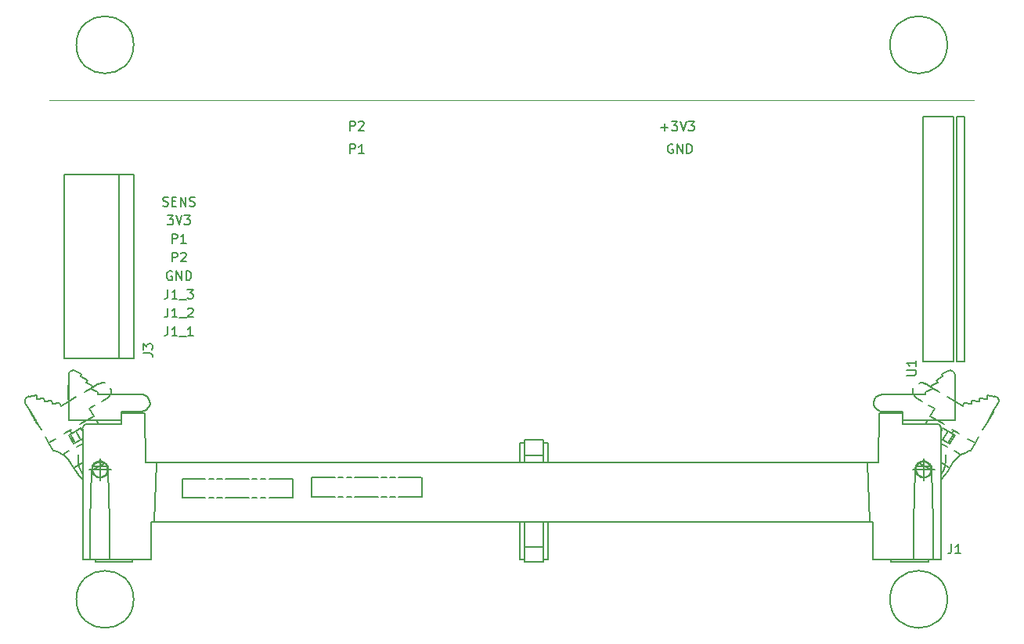
<source format=gbr>
G04 #@! TF.GenerationSoftware,KiCad,Pcbnew,5.0.2-bee76a0~70~ubuntu18.04.1*
G04 #@! TF.CreationDate,2020-10-28T09:15:44+01:00*
G04 #@! TF.ProjectId,ModulAdapter_Verv2,4d6f6475-6c41-4646-9170-7465725f5665,rev?*
G04 #@! TF.SameCoordinates,Original*
G04 #@! TF.FileFunction,Legend,Top*
G04 #@! TF.FilePolarity,Positive*
%FSLAX46Y46*%
G04 Gerber Fmt 4.6, Leading zero omitted, Abs format (unit mm)*
G04 Created by KiCad (PCBNEW 5.0.2-bee76a0~70~ubuntu18.04.1) date Mi 28 Okt 2020 09:15:44 CET*
%MOMM*%
%LPD*%
G01*
G04 APERTURE LIST*
%ADD10C,0.150000*%
%ADD11C,0.100000*%
G04 APERTURE END LIST*
D10*
X62809523Y-104471180D02*
X62809523Y-105185466D01*
X62761904Y-105328323D01*
X62666666Y-105423561D01*
X62523809Y-105471180D01*
X62428571Y-105471180D01*
X63809523Y-105471180D02*
X63238095Y-105471180D01*
X63523809Y-105471180D02*
X63523809Y-104471180D01*
X63428571Y-104614038D01*
X63333333Y-104709276D01*
X63238095Y-104756895D01*
X64000000Y-105566419D02*
X64761904Y-105566419D01*
X65523809Y-105471180D02*
X64952380Y-105471180D01*
X65238095Y-105471180D02*
X65238095Y-104471180D01*
X65142857Y-104614038D01*
X65047619Y-104709276D01*
X64952380Y-104756895D01*
X62809523Y-102471180D02*
X62809523Y-103185466D01*
X62761904Y-103328323D01*
X62666666Y-103423561D01*
X62523809Y-103471180D01*
X62428571Y-103471180D01*
X63809523Y-103471180D02*
X63238095Y-103471180D01*
X63523809Y-103471180D02*
X63523809Y-102471180D01*
X63428571Y-102614038D01*
X63333333Y-102709276D01*
X63238095Y-102756895D01*
X64000000Y-103566419D02*
X64761904Y-103566419D01*
X64952380Y-102566419D02*
X65000000Y-102518800D01*
X65095238Y-102471180D01*
X65333333Y-102471180D01*
X65428571Y-102518800D01*
X65476190Y-102566419D01*
X65523809Y-102661657D01*
X65523809Y-102756895D01*
X65476190Y-102899752D01*
X64904761Y-103471180D01*
X65523809Y-103471180D01*
X62809523Y-100471180D02*
X62809523Y-101185466D01*
X62761904Y-101328323D01*
X62666666Y-101423561D01*
X62523809Y-101471180D01*
X62428571Y-101471180D01*
X63809523Y-101471180D02*
X63238095Y-101471180D01*
X63523809Y-101471180D02*
X63523809Y-100471180D01*
X63428571Y-100614038D01*
X63333333Y-100709276D01*
X63238095Y-100756895D01*
X64000000Y-101566419D02*
X64761904Y-101566419D01*
X64904761Y-100471180D02*
X65523809Y-100471180D01*
X65190476Y-100852133D01*
X65333333Y-100852133D01*
X65428571Y-100899752D01*
X65476190Y-100947371D01*
X65523809Y-101042609D01*
X65523809Y-101280704D01*
X65476190Y-101375942D01*
X65428571Y-101423561D01*
X65333333Y-101471180D01*
X65047619Y-101471180D01*
X64952380Y-101423561D01*
X64904761Y-101375942D01*
X63238095Y-98518800D02*
X63142857Y-98471180D01*
X63000000Y-98471180D01*
X62857142Y-98518800D01*
X62761904Y-98614038D01*
X62714285Y-98709276D01*
X62666666Y-98899752D01*
X62666666Y-99042609D01*
X62714285Y-99233085D01*
X62761904Y-99328323D01*
X62857142Y-99423561D01*
X63000000Y-99471180D01*
X63095238Y-99471180D01*
X63238095Y-99423561D01*
X63285714Y-99375942D01*
X63285714Y-99042609D01*
X63095238Y-99042609D01*
X63714285Y-99471180D02*
X63714285Y-98471180D01*
X64285714Y-99471180D01*
X64285714Y-98471180D01*
X64761904Y-99471180D02*
X64761904Y-98471180D01*
X65000000Y-98471180D01*
X65142857Y-98518800D01*
X65238095Y-98614038D01*
X65285714Y-98709276D01*
X65333333Y-98899752D01*
X65333333Y-99042609D01*
X65285714Y-99233085D01*
X65238095Y-99328323D01*
X65142857Y-99423561D01*
X65000000Y-99471180D01*
X64761904Y-99471180D01*
X63261904Y-97471180D02*
X63261904Y-96471180D01*
X63642857Y-96471180D01*
X63738095Y-96518800D01*
X63785714Y-96566419D01*
X63833333Y-96661657D01*
X63833333Y-96804514D01*
X63785714Y-96899752D01*
X63738095Y-96947371D01*
X63642857Y-96994990D01*
X63261904Y-96994990D01*
X64214285Y-96566419D02*
X64261904Y-96518800D01*
X64357142Y-96471180D01*
X64595238Y-96471180D01*
X64690476Y-96518800D01*
X64738095Y-96566419D01*
X64785714Y-96661657D01*
X64785714Y-96756895D01*
X64738095Y-96899752D01*
X64166666Y-97471180D01*
X64785714Y-97471180D01*
X63261904Y-95471180D02*
X63261904Y-94471180D01*
X63642857Y-94471180D01*
X63738095Y-94518800D01*
X63785714Y-94566419D01*
X63833333Y-94661657D01*
X63833333Y-94804514D01*
X63785714Y-94899752D01*
X63738095Y-94947371D01*
X63642857Y-94994990D01*
X63261904Y-94994990D01*
X64785714Y-95471180D02*
X64214285Y-95471180D01*
X64500000Y-95471180D02*
X64500000Y-94471180D01*
X64404761Y-94614038D01*
X64309523Y-94709276D01*
X64214285Y-94756895D01*
X62761904Y-92471180D02*
X63380952Y-92471180D01*
X63047619Y-92852133D01*
X63190476Y-92852133D01*
X63285714Y-92899752D01*
X63333333Y-92947371D01*
X63380952Y-93042609D01*
X63380952Y-93280704D01*
X63333333Y-93375942D01*
X63285714Y-93423561D01*
X63190476Y-93471180D01*
X62904761Y-93471180D01*
X62809523Y-93423561D01*
X62761904Y-93375942D01*
X63666666Y-92471180D02*
X64000000Y-93471180D01*
X64333333Y-92471180D01*
X64571428Y-92471180D02*
X65190476Y-92471180D01*
X64857142Y-92852133D01*
X65000000Y-92852133D01*
X65095238Y-92899752D01*
X65142857Y-92947371D01*
X65190476Y-93042609D01*
X65190476Y-93280704D01*
X65142857Y-93375942D01*
X65095238Y-93423561D01*
X65000000Y-93471180D01*
X64714285Y-93471180D01*
X64619047Y-93423561D01*
X64571428Y-93375942D01*
X62261904Y-91423561D02*
X62404761Y-91471180D01*
X62642857Y-91471180D01*
X62738095Y-91423561D01*
X62785714Y-91375942D01*
X62833333Y-91280704D01*
X62833333Y-91185466D01*
X62785714Y-91090228D01*
X62738095Y-91042609D01*
X62642857Y-90994990D01*
X62452380Y-90947371D01*
X62357142Y-90899752D01*
X62309523Y-90852133D01*
X62261904Y-90756895D01*
X62261904Y-90661657D01*
X62309523Y-90566419D01*
X62357142Y-90518800D01*
X62452380Y-90471180D01*
X62690476Y-90471180D01*
X62833333Y-90518800D01*
X63261904Y-90947371D02*
X63595238Y-90947371D01*
X63738095Y-91471180D02*
X63261904Y-91471180D01*
X63261904Y-90471180D01*
X63738095Y-90471180D01*
X64166666Y-91471180D02*
X64166666Y-90471180D01*
X64738095Y-91471180D01*
X64738095Y-90471180D01*
X65166666Y-91423561D02*
X65309523Y-91471180D01*
X65547619Y-91471180D01*
X65642857Y-91423561D01*
X65690476Y-91375942D01*
X65738095Y-91280704D01*
X65738095Y-91185466D01*
X65690476Y-91090228D01*
X65642857Y-91042609D01*
X65547619Y-90994990D01*
X65357142Y-90947371D01*
X65261904Y-90899752D01*
X65214285Y-90852133D01*
X65166666Y-90756895D01*
X65166666Y-90661657D01*
X65214285Y-90566419D01*
X65261904Y-90518800D01*
X65357142Y-90471180D01*
X65595238Y-90471180D01*
X65738095Y-90518800D01*
D11*
X50000000Y-80000000D02*
X150000000Y-80000000D01*
D10*
G04 #@! TO.C,J1*
X48600000Y-114900000D02*
X48631750Y-114963500D01*
X48600000Y-114900000D02*
X48631750Y-114900000D01*
X48600000Y-114900000D02*
X48568250Y-114836500D01*
X52063302Y-112330120D02*
X52063302Y-112552210D01*
X59943116Y-113662650D02*
X60197306Y-113599150D01*
X60197306Y-113599150D02*
X60451489Y-113503950D01*
X60451489Y-113503950D02*
X60673908Y-113281860D01*
X60673908Y-113281860D02*
X60800999Y-113059780D01*
X60800999Y-113059780D02*
X60864569Y-112805960D01*
X60864569Y-112805960D02*
X60832819Y-112552140D01*
X60832819Y-112552140D02*
X60737499Y-112330060D01*
X60737499Y-112330060D02*
X60546858Y-112076240D01*
X140043948Y-111854210D02*
X139789758Y-111885910D01*
X139789758Y-111885910D02*
X139567348Y-112012820D01*
X139567348Y-112012820D02*
X139313158Y-112203180D01*
X139313158Y-112203180D02*
X139186068Y-112456990D01*
X139186068Y-112456990D02*
X139154268Y-112679080D01*
X139154268Y-112679080D02*
X139154268Y-112932890D01*
X139154268Y-112932890D02*
X139249568Y-113186710D01*
X48695321Y-114995180D02*
X48695321Y-115026880D01*
X48695321Y-114995180D02*
X48727071Y-115026880D01*
X81231321Y-120769480D02*
X81771469Y-120769480D01*
X152530908Y-112203210D02*
X152372038Y-112076310D01*
X152372038Y-112076310D02*
X152213168Y-112012810D01*
X103409178Y-116771890D02*
X101375678Y-116771890D01*
X101375678Y-118421690D02*
X103409178Y-118421690D01*
X101375678Y-118421690D02*
X101375678Y-117089160D01*
X48345810Y-114392370D02*
X48377560Y-114455870D01*
X48377560Y-114455870D02*
X48409339Y-114487520D01*
X48409360Y-114519280D02*
X48409360Y-114582780D01*
X149734838Y-112520480D02*
X149734838Y-112869480D01*
X150560958Y-112234940D02*
X151387068Y-112298440D01*
X148781638Y-113059840D02*
X147923758Y-112552210D01*
X148781638Y-113059840D02*
X148908738Y-112774300D01*
X55304192Y-115058640D02*
X55050010Y-114646180D01*
X55971434Y-119246590D02*
X54636950Y-120008040D01*
X52253943Y-116137350D02*
X52063302Y-116264250D01*
X52349263Y-119341770D02*
X52603453Y-119754220D01*
X54636950Y-120008040D02*
X54700520Y-120261850D01*
X150465628Y-116422890D02*
X150116118Y-117057430D01*
X150116118Y-117057430D02*
X149607748Y-117914060D01*
X152022528Y-113726110D02*
X152594448Y-112774300D01*
X152054308Y-113757830D02*
X151291748Y-115058640D01*
X48695341Y-114963460D02*
X48631751Y-114899960D01*
X48631771Y-112298390D02*
X49426112Y-112234890D01*
X48631771Y-112298390D02*
X48600021Y-111949400D01*
X48186948Y-114106830D02*
X48123378Y-113979920D01*
X48091628Y-114011650D02*
X48155198Y-114106850D01*
X48155198Y-114106850D02*
X48186920Y-114106830D01*
X147192968Y-117089160D02*
X146589268Y-116771890D01*
X146430408Y-117120880D02*
X147065868Y-117501600D01*
X147891988Y-117945780D02*
X148559228Y-118358230D01*
X150116118Y-117057430D02*
X149321788Y-116613250D01*
X100517795Y-119151410D02*
X100708436Y-119151410D01*
X98897350Y-119151410D02*
X98706710Y-119151410D01*
X104076420Y-119151410D02*
X104298834Y-119151410D01*
X104680115Y-119151410D02*
X104902529Y-119151410D01*
X105283810Y-119151410D02*
X105506224Y-119151410D01*
X145191248Y-114202010D02*
X145953808Y-114646180D01*
X145191248Y-114202010D02*
X145699618Y-113345380D01*
X145445428Y-111124500D02*
X146207988Y-111568670D01*
X147129418Y-112108030D02*
X147923758Y-112552210D01*
X87744875Y-120769480D02*
X90223203Y-120769480D01*
X90254976Y-120769480D02*
X90254976Y-122926910D01*
X48155170Y-114106830D02*
X48186920Y-114106830D01*
X48155170Y-114106830D02*
X48186920Y-114138530D01*
X48218719Y-114138550D02*
X48250469Y-114202050D01*
X48600000Y-111949400D02*
X47805667Y-112044600D01*
X47932758Y-113757830D02*
X47964508Y-113789530D01*
X47932758Y-113757830D02*
X47964508Y-113726130D01*
X78371713Y-120769480D02*
X80850040Y-120769480D01*
X48536451Y-114741360D02*
X48600021Y-114836560D01*
X48282269Y-114265460D02*
X48250519Y-114201960D01*
X48218719Y-114233730D02*
X48250469Y-114297230D01*
X48727092Y-115026900D02*
X48695342Y-115058600D01*
X48695321Y-114995180D02*
X48695321Y-114963480D01*
X148908738Y-112774300D02*
X149734838Y-112869500D01*
X151291748Y-115026900D02*
X151291748Y-115058600D01*
X150560958Y-112583940D02*
X149734838Y-112520440D01*
X151291748Y-115026900D02*
X150910468Y-115661450D01*
X144682868Y-110712040D02*
X144460458Y-110585140D01*
X144460458Y-110585140D02*
X144206268Y-110585140D01*
X144206268Y-110585140D02*
X144015628Y-110616840D01*
X143380158Y-111156220D02*
X143380158Y-111219720D01*
X48600000Y-114836540D02*
X48631750Y-114900040D01*
X48600000Y-114836540D02*
X48568250Y-114836540D01*
X48536451Y-114741360D02*
X48536451Y-114741360D01*
X145032378Y-129970290D02*
X145032378Y-129653020D01*
X141028918Y-129653020D02*
X141028918Y-129970290D01*
X103409178Y-129970290D02*
X101375678Y-129970290D01*
X101375678Y-128320490D02*
X103409178Y-128320490D01*
X103409178Y-128320490D02*
X103409178Y-129970290D01*
X101375678Y-129970290D02*
X101375678Y-128320490D01*
X54541630Y-111124500D02*
X54509880Y-111219700D01*
X56575135Y-111854210D02*
X59943116Y-111854210D01*
X57750749Y-114646180D02*
X57750749Y-115058640D01*
X55876114Y-115058640D02*
X55272421Y-115058640D01*
X57750749Y-113853010D02*
X57750749Y-113662650D01*
X57750749Y-113853010D02*
X57750749Y-114646180D01*
X146430408Y-116644980D02*
X146589268Y-116771890D01*
X146589268Y-116771890D02*
X147161198Y-115788350D01*
X147161198Y-115788350D02*
X146621048Y-115502810D01*
X145699618Y-113345380D02*
X145095928Y-112996380D01*
X144365138Y-112583940D02*
X143761438Y-112234940D01*
X56257416Y-120293580D02*
X56289166Y-120039760D01*
X56289166Y-120039760D02*
X56289166Y-119785940D01*
X56289166Y-119785940D02*
X56225596Y-119595580D01*
X55971434Y-119278320D02*
X55717252Y-119151410D01*
X55717252Y-119151410D02*
X55463062Y-119087910D01*
X55463062Y-119087910D02*
X55240650Y-119151410D01*
X55240650Y-119151410D02*
X54986460Y-119278320D01*
X105887505Y-119151410D02*
X106109920Y-119151410D01*
X62357895Y-119151410D02*
X62167254Y-119151410D01*
X62739176Y-119151410D02*
X62961595Y-119151410D01*
X63342876Y-119151410D02*
X63565288Y-119151410D01*
X63946569Y-119151410D02*
X64168980Y-119151410D01*
X54700520Y-120261850D02*
X54859390Y-120515670D01*
X54859390Y-120515670D02*
X55081801Y-120706030D01*
X55081801Y-120706030D02*
X55335991Y-120769530D01*
X55335991Y-120769530D02*
X55590174Y-120769530D01*
X55590174Y-120769530D02*
X55844364Y-120706030D01*
X55844364Y-120706030D02*
X56066775Y-120515670D01*
X56066775Y-120515670D02*
X56257416Y-120293580D01*
X149448878Y-117945780D02*
X149004058Y-118136150D01*
X149004058Y-118136150D02*
X148527458Y-118358230D01*
X152594448Y-112774300D02*
X152658048Y-112583940D01*
X152658048Y-112583940D02*
X152657998Y-112393570D01*
X152657998Y-112393570D02*
X152530908Y-112203210D01*
X147923758Y-110807230D02*
X147923758Y-109728510D01*
X147923758Y-110807230D02*
X147923758Y-112330120D01*
X147923758Y-112552210D02*
X147923758Y-114646180D01*
X146493948Y-109601610D02*
X147192968Y-109252610D01*
X146493948Y-109601610D02*
X146621048Y-109918870D01*
X147764898Y-116137350D02*
X147923758Y-116264250D01*
X147764898Y-116137350D02*
X147192968Y-117089160D01*
X147383608Y-117184340D02*
X147923758Y-116264250D01*
X147764898Y-116137350D02*
X147161198Y-115788350D01*
X54986460Y-119278320D02*
X54764049Y-119500400D01*
X54764049Y-119500400D02*
X54700479Y-119595600D01*
X56257395Y-119595580D02*
X56066755Y-119341770D01*
X56066755Y-119341770D02*
X55971435Y-119278270D01*
X54700500Y-119595580D02*
X54636930Y-119817680D01*
X54636930Y-119817680D02*
X54636930Y-120039760D01*
X53366015Y-109918870D02*
X53493107Y-109601610D01*
X82120977Y-120769480D02*
X82692899Y-120769480D01*
X83042407Y-120769480D02*
X85552508Y-120769480D01*
X147192968Y-117089160D02*
X147383608Y-117184360D01*
X147383608Y-119754220D02*
X147161198Y-120134940D01*
X147383608Y-119754220D02*
X147637798Y-119341770D01*
X147383608Y-119754220D02*
X146430408Y-119183130D01*
X85902016Y-120769480D02*
X86473937Y-120769480D01*
X86823445Y-120769480D02*
X87395367Y-120769480D01*
X145477208Y-111219680D02*
X144746418Y-111536950D01*
X145286568Y-119595580D02*
X143761438Y-119595580D01*
X142236318Y-113662650D02*
X140043948Y-113662650D01*
X145922028Y-110267870D02*
X146621048Y-109918870D01*
X146938778Y-118358230D02*
X146938778Y-118802410D01*
X48409360Y-114519280D02*
X48409360Y-114487580D01*
X48409360Y-114519280D02*
X48441110Y-114550980D01*
X48218719Y-114233730D02*
X48186969Y-114138530D01*
X48250469Y-114297230D02*
X48314060Y-114392390D01*
X48250490Y-114297190D02*
X48282240Y-114265490D01*
X48282240Y-114265490D02*
X48345839Y-114392370D01*
X48377589Y-114487550D02*
X48409339Y-114487550D01*
X48377589Y-114487550D02*
X48409339Y-114519250D01*
X48345810Y-114487550D02*
X48377560Y-114455850D01*
X144746418Y-115058640D02*
X145413658Y-115058640D01*
X142236318Y-113853010D02*
X142236318Y-113662650D01*
X148400358Y-116073890D02*
X147637798Y-115629720D01*
X146716368Y-115058640D02*
X145953808Y-114646180D01*
X149448878Y-117945780D02*
X149607748Y-117914080D01*
X150560958Y-112583940D02*
X150560958Y-112234940D01*
X136453548Y-119151410D02*
X136644188Y-119151410D01*
X137025468Y-119151410D02*
X137247878Y-119151410D01*
X137629158Y-119151410D02*
X137851578Y-119151410D01*
X136040498Y-119151410D02*
X135849858Y-119151410D01*
X146049128Y-110553420D02*
X145922028Y-110267870D01*
X103409178Y-117089160D02*
X103409178Y-118421690D01*
X101375678Y-117089160D02*
X101375678Y-116771890D01*
X103409178Y-116771890D02*
X103409178Y-117089160D01*
X100104741Y-119151410D02*
X99914100Y-119151410D01*
X99501045Y-119151410D02*
X99310405Y-119151410D01*
X81771469Y-122926910D02*
X81231321Y-122926910D01*
X80850040Y-122926910D02*
X78371713Y-122926910D01*
X85552508Y-122926910D02*
X83042407Y-122926910D01*
X145191248Y-120452240D02*
X145318338Y-120230150D01*
X145318338Y-120230150D02*
X145381938Y-120008060D01*
X145286568Y-119595580D02*
X145095928Y-119341770D01*
X145095928Y-119341770D02*
X144873508Y-119183130D01*
X144873508Y-119183130D02*
X144619328Y-119119630D01*
X144619328Y-119119630D02*
X144365138Y-119119630D01*
X145953808Y-114646180D02*
X147923758Y-114646180D01*
X147955538Y-112330120D02*
X147955538Y-110807230D01*
X143761438Y-119595580D02*
X143697838Y-119817680D01*
X143697838Y-119817680D02*
X143697838Y-120071490D01*
X143697838Y-120071490D02*
X143761438Y-120325300D01*
X143380158Y-111219720D02*
X143348358Y-111441770D01*
X143348358Y-111441770D02*
X143380078Y-111695580D01*
X143380078Y-111695580D02*
X143443758Y-111854210D01*
X146430408Y-121023290D02*
X146875228Y-120547390D01*
X146875228Y-120547390D02*
X147161198Y-120134940D01*
X78371713Y-122926910D02*
X78371713Y-120769480D01*
X139249568Y-113186710D02*
X139440208Y-113408800D01*
X139440208Y-113408800D02*
X139694388Y-113567440D01*
X139694388Y-113567440D02*
X139916808Y-113662640D01*
X139916808Y-113662640D02*
X140043898Y-113662640D01*
X146430408Y-120452210D02*
X146716368Y-119976310D01*
X146716368Y-119976310D02*
X146843458Y-119500400D01*
X145413658Y-115058640D02*
X145540748Y-115058640D01*
X147923758Y-112552210D02*
X147923758Y-112330120D01*
X144142718Y-115058640D02*
X144746418Y-115058640D01*
X145477208Y-111219680D02*
X145445408Y-111124480D01*
X147574208Y-109252590D02*
X147383568Y-109220890D01*
X147383568Y-109220890D02*
X147224698Y-109252590D01*
X54954689Y-129970290D02*
X58958142Y-129970290D01*
X58958142Y-129970290D02*
X58958142Y-129653020D01*
X54954689Y-129653020D02*
X54954689Y-129970290D01*
X141028918Y-129970290D02*
X145032378Y-129970290D01*
X145413658Y-115058640D02*
X145540748Y-115058640D01*
X103885779Y-129653020D02*
X103440951Y-129653020D01*
X103885779Y-129653020D02*
X103885779Y-125623700D01*
X104076420Y-125623700D02*
X104298834Y-125623700D01*
X104298834Y-125623700D02*
X104489475Y-125623700D01*
X104076420Y-125623700D02*
X103885779Y-125623700D01*
X103440951Y-125623700D02*
X103440951Y-129653020D01*
X105093170Y-125623700D02*
X105283810Y-125623700D01*
X105696865Y-125623700D02*
X105887505Y-125623700D01*
X105696865Y-125623700D02*
X105506224Y-125623700D01*
X105506224Y-125623700D02*
X105283810Y-125623700D01*
X105887505Y-125623700D02*
X106109920Y-125623700D01*
X105093170Y-125623700D02*
X104902529Y-125623700D01*
X47996308Y-113821290D02*
X47964558Y-113789590D01*
X47996308Y-113757830D02*
X47996308Y-113789530D01*
X47996308Y-113789530D02*
X47964558Y-113789550D01*
X56257395Y-119595580D02*
X54700500Y-119595580D01*
X53493107Y-109601610D02*
X52794094Y-109252610D01*
X53080054Y-118358230D02*
X53080054Y-118802410D01*
X54382768Y-115058640D02*
X54446338Y-115058640D01*
X54573408Y-115058640D02*
X55272421Y-115058640D01*
X54573408Y-115058640D02*
X54446310Y-115058640D01*
X52031531Y-111092770D02*
X52031531Y-111219680D01*
X52031531Y-111092770D02*
X52031531Y-110997570D01*
X52031531Y-110902410D02*
X52031531Y-110870710D01*
X52031531Y-110838960D02*
X52031531Y-110807260D01*
X52031531Y-110838960D02*
X52031531Y-110870660D01*
X52031531Y-111759030D02*
X52031531Y-111854230D01*
X52031531Y-111854230D02*
X52031531Y-111981130D01*
X143443698Y-111854210D02*
X143602568Y-112108030D01*
X143602568Y-112108030D02*
X143793208Y-112234940D01*
X148559228Y-118358230D02*
X148082628Y-118738960D01*
X148082628Y-118738960D02*
X147701348Y-119214860D01*
X147701348Y-119214860D02*
X147637748Y-119341770D01*
X47996308Y-113821290D02*
X48028058Y-113821290D01*
X47996308Y-113757830D02*
X47932738Y-113757830D01*
X47996308Y-113789550D02*
X48028058Y-113821250D01*
X55844364Y-120706030D02*
X56066775Y-120515670D01*
X56066775Y-120515670D02*
X56257416Y-120293580D01*
X56257416Y-120293580D02*
X56289166Y-120039760D01*
X56289166Y-120039760D02*
X56289166Y-119785940D01*
X56289166Y-119785940D02*
X56225596Y-119595580D01*
X55971434Y-119278320D02*
X55717252Y-119151410D01*
X55717252Y-119151410D02*
X55463062Y-119087910D01*
X55463062Y-119087910D02*
X55240650Y-119151410D01*
X55240650Y-119151410D02*
X54986460Y-119278320D01*
X54986460Y-119278320D02*
X54764049Y-119500400D01*
X54764049Y-119500400D02*
X54700479Y-119595600D01*
X66869727Y-122990370D02*
X64391400Y-122990370D01*
X64359621Y-122990370D02*
X64359621Y-120928110D01*
X55653703Y-112583940D02*
X56225624Y-112234940D01*
X53366015Y-115502810D02*
X52857643Y-115788350D01*
X145540748Y-115058640D02*
X145604348Y-115058640D01*
X144746418Y-111854210D02*
X144746418Y-111536950D01*
X52381042Y-109252610D02*
X52222172Y-109347810D01*
X52222172Y-109347810D02*
X52095081Y-109538170D01*
X52095081Y-109538170D02*
X52063331Y-109728530D01*
X104298834Y-125623700D02*
X104076420Y-125623700D01*
X105506224Y-125623700D02*
X105283810Y-125623700D01*
X104902529Y-125623700D02*
X104680115Y-125623700D01*
X105887505Y-125623700D02*
X106109920Y-125623700D01*
X99501045Y-125623700D02*
X99310405Y-125623700D01*
X98706710Y-125623700D02*
X98897350Y-125623700D01*
X100104741Y-125623700D02*
X99914100Y-125623700D01*
X100517795Y-125623700D02*
X100708436Y-125623700D01*
X62167254Y-125623700D02*
X62357895Y-125623700D01*
X53779067Y-111568670D02*
X54541630Y-111124500D01*
X53588427Y-119183130D02*
X52603453Y-119754220D01*
X52603453Y-119754220D02*
X52825865Y-120134940D01*
X60546858Y-112076240D02*
X60324447Y-111917610D01*
X60324447Y-111917610D02*
X60070257Y-111854110D01*
X60070257Y-111854110D02*
X59943166Y-111854110D01*
X54636950Y-120008040D02*
X54700520Y-120261850D01*
X54700520Y-120261850D02*
X54859390Y-120515670D01*
X54859390Y-120515670D02*
X55081801Y-120706030D01*
X55081801Y-120706030D02*
X55335991Y-120769530D01*
X55335991Y-120769530D02*
X55590174Y-120769530D01*
X55590174Y-120769530D02*
X55844364Y-120706030D01*
X49870935Y-117057430D02*
X49521433Y-116422890D01*
X49108373Y-115661450D02*
X48727092Y-115026900D01*
X48345810Y-114487550D02*
X48377560Y-114487550D01*
X48314039Y-114392370D02*
X48345789Y-114392370D01*
X48409360Y-114519280D02*
X48409360Y-114519280D01*
X48028079Y-113916470D02*
X48091649Y-114011670D01*
X48059850Y-113884740D02*
X48028100Y-113821240D01*
X47996308Y-113821290D02*
X48028058Y-113916490D01*
X54033257Y-114646180D02*
X54827591Y-114202010D01*
X52063302Y-112552210D02*
X51237198Y-113059840D01*
X152054308Y-113757830D02*
X152022508Y-113726130D01*
X152022508Y-113726130D02*
X151291748Y-115026900D01*
X151387068Y-111949400D02*
X152213168Y-112044600D01*
X151387068Y-111949400D02*
X151387068Y-112298390D01*
X52063302Y-110838960D02*
X52063302Y-110807260D01*
X52063302Y-110838960D02*
X52063302Y-110870660D01*
X52063302Y-111092770D02*
X52063302Y-111219680D01*
X52063302Y-111346590D02*
X52063302Y-111441790D01*
X52063302Y-111283130D02*
X52063302Y-111251430D01*
X52063302Y-111251430D02*
X52063302Y-111219710D01*
X52063302Y-112139760D02*
X52063302Y-112234960D01*
X52063302Y-112266670D02*
X52063302Y-112330170D01*
X52063302Y-112266670D02*
X52063302Y-112234970D01*
X72461847Y-122990370D02*
X71921703Y-122990370D01*
X71540422Y-122990370D02*
X69062094Y-122990370D01*
X48186920Y-114106830D02*
X48218698Y-114138530D01*
X48218698Y-114138530D02*
X48186969Y-114138550D01*
X48186948Y-114106830D02*
X48186948Y-114106830D01*
X62739176Y-125623700D02*
X62961595Y-125623700D01*
X63565288Y-125623700D02*
X63342876Y-125623700D01*
X64168980Y-125623700D02*
X63946569Y-125623700D01*
X136040498Y-125623700D02*
X135849858Y-125623700D01*
X136453548Y-125623700D02*
X136644188Y-125623700D01*
X137025468Y-125623700D02*
X137247878Y-125623700D01*
X137629158Y-125623700D02*
X137851578Y-125623700D01*
X142236318Y-115058640D02*
X142236318Y-114646180D01*
X142236318Y-114646180D02*
X142236318Y-113853010D01*
X142236318Y-113853010D02*
X139694438Y-113853010D01*
X145540748Y-115058640D02*
X145604348Y-115058640D01*
X145413658Y-115058640D02*
X144746418Y-115058640D01*
X144746418Y-115058640D02*
X144142718Y-115058640D01*
X52063302Y-111568670D02*
X52031552Y-111568670D01*
X54509859Y-111219680D02*
X55240650Y-111536950D01*
X54096807Y-110267870D02*
X53366015Y-109918870D01*
X54096807Y-110267870D02*
X53937937Y-110553420D01*
X57750749Y-113662650D02*
X59943116Y-113662650D01*
X56575135Y-111854210D02*
X55240650Y-111854210D01*
X55240650Y-111854210D02*
X55240650Y-111536950D01*
X54033257Y-114646180D02*
X57750749Y-114646180D01*
X52794094Y-117089160D02*
X52635224Y-117184360D01*
X52635224Y-117184360D02*
X52063302Y-116264250D01*
X48695321Y-115058640D02*
X48695321Y-115026940D01*
X48695321Y-115026940D02*
X48631751Y-114963400D01*
X48631751Y-114963400D02*
X48695341Y-114963460D01*
X53588427Y-117120880D02*
X52921185Y-117501600D01*
X52126852Y-117945780D02*
X51427839Y-118358230D01*
X52031531Y-110838960D02*
X52063281Y-110838960D01*
X52031531Y-111346590D02*
X52031531Y-111441790D01*
X52031531Y-111441790D02*
X52063281Y-111441770D01*
X52031531Y-112139760D02*
X52031531Y-112234960D01*
X52031531Y-112076310D02*
X52031531Y-111981110D01*
X52031531Y-112266670D02*
X52031531Y-112330170D01*
X52031531Y-112139760D02*
X52031531Y-112076260D01*
X52031531Y-112234940D02*
X52031531Y-112266640D01*
X56575135Y-111854210D02*
X56638705Y-111632130D01*
X56638705Y-111632130D02*
X56670427Y-111378310D01*
X56670427Y-111378310D02*
X56606885Y-111187950D01*
X56003213Y-110585140D02*
X55971463Y-110585140D01*
X147955538Y-110807230D02*
X147923738Y-110807230D01*
X53588427Y-116644980D02*
X53397786Y-116771890D01*
X86473937Y-122926910D02*
X85902016Y-122926910D01*
X82692899Y-122926910D02*
X82120977Y-122926910D01*
X87395367Y-122926910D02*
X86823445Y-122926910D01*
X47805667Y-112012850D02*
X47615026Y-112076350D01*
X47615026Y-112076350D02*
X47456157Y-112234940D01*
X47456157Y-112234940D02*
X47360837Y-112425300D01*
X47360837Y-112425300D02*
X47360836Y-112583940D01*
X47360836Y-112583940D02*
X47392586Y-112774300D01*
X73764560Y-120928110D02*
X76274659Y-120928110D01*
X76274659Y-120928110D02*
X76274659Y-122990370D01*
X52158623Y-115724900D02*
X52190373Y-115756600D01*
X143348378Y-119912860D02*
X145699618Y-119912860D01*
X144523998Y-121118470D02*
X144523998Y-118770690D01*
X56638677Y-119912860D02*
X54287447Y-119912860D01*
X48250490Y-114202010D02*
X48218740Y-114233710D01*
X47964529Y-113726110D02*
X47392607Y-112774300D01*
X52063302Y-112552210D02*
X52857643Y-112108030D01*
X54033257Y-114646180D02*
X52063302Y-114646180D01*
X54541630Y-111124500D02*
X54668729Y-110902410D01*
X54668729Y-110902410D02*
X53937937Y-110553420D01*
X52063302Y-112552210D02*
X52063302Y-114646180D01*
X52063302Y-110807230D02*
X52063302Y-109728510D01*
X52063302Y-111283130D02*
X52063302Y-111346630D01*
X52063302Y-111092770D02*
X52063302Y-110997570D01*
X52063302Y-110997570D02*
X52063302Y-110902390D01*
X52063302Y-110902390D02*
X52063302Y-110870710D01*
X142236318Y-115058640D02*
X142236318Y-114646180D01*
X142236318Y-114646180D02*
X142236318Y-113853010D01*
X52063302Y-111219680D02*
X52031552Y-111219680D01*
X52031531Y-112330120D02*
X52063281Y-112330120D01*
X52063302Y-112266670D02*
X52031552Y-112266670D01*
X52031531Y-112234940D02*
X52063281Y-112234940D01*
X52063302Y-112139760D02*
X52031552Y-112139760D01*
X52031531Y-112076310D02*
X52063281Y-112076310D01*
X52031531Y-110997590D02*
X52031531Y-110902390D01*
X51237198Y-113059840D02*
X51078328Y-112774300D01*
X51078328Y-112774300D02*
X50283995Y-112869500D01*
X50283995Y-112869500D02*
X50252245Y-112520480D01*
X52857643Y-115788350D02*
X53397786Y-116771890D01*
X52794094Y-117089160D02*
X52253943Y-116137350D01*
X68140662Y-120928110D02*
X68712584Y-120928110D01*
X69062094Y-120928110D02*
X71540422Y-120928110D01*
X52031531Y-111981130D02*
X52063281Y-111981130D01*
X52063302Y-111854210D02*
X52031552Y-111854210D01*
X52031531Y-111759030D02*
X52063281Y-111759030D01*
X52063302Y-111092770D02*
X52031552Y-111092770D01*
X52031531Y-110807230D02*
X52063281Y-110807230D01*
X52063302Y-110997590D02*
X52031552Y-110997590D01*
X52031531Y-110902410D02*
X52063281Y-110902410D01*
X52063302Y-110870680D02*
X52031552Y-110870680D01*
X47996308Y-113757830D02*
X47964558Y-113726130D01*
X48441131Y-114551000D02*
X48504701Y-114646200D01*
X48536451Y-114741360D02*
X48568201Y-114836560D01*
X76274659Y-122990370D02*
X73764560Y-122990370D01*
X73383279Y-122990370D02*
X72843128Y-122990370D01*
X48441131Y-114551000D02*
X48409381Y-114582700D01*
X48472909Y-114646180D02*
X48536479Y-114741380D01*
X48345810Y-114487550D02*
X48314060Y-114392350D01*
X54319218Y-113345380D02*
X54827591Y-114202010D01*
X54319218Y-113345380D02*
X54922911Y-112996380D01*
X49870935Y-117057430D02*
X50379315Y-117914060D01*
X49870935Y-117057430D02*
X50665276Y-116613250D01*
X55463062Y-121118470D02*
X55463062Y-118770690D01*
X144682868Y-115058640D02*
X144937058Y-114646180D01*
X145445428Y-111124500D02*
X144682868Y-110680320D01*
X146621048Y-115502810D02*
X146430408Y-115851810D01*
X52794094Y-117089160D02*
X53397786Y-116771890D01*
X52857643Y-115788350D02*
X52253943Y-116137350D01*
X147828438Y-115724900D02*
X147796638Y-115756600D01*
X147923758Y-112330120D02*
X147955558Y-112330120D01*
X52063302Y-112139760D02*
X52063302Y-112076260D01*
X52063302Y-112076260D02*
X52063302Y-111981110D01*
X52063302Y-111854210D02*
X52063302Y-111759010D01*
X52063302Y-111854210D02*
X52063302Y-111981130D01*
X52063302Y-111759030D02*
X52063302Y-111727330D01*
X52063302Y-111727330D02*
X52063302Y-111695610D01*
X52063302Y-111695610D02*
X52063302Y-111632080D01*
X52063302Y-111632080D02*
X52063302Y-111568630D01*
X52063302Y-111568630D02*
X52063302Y-111441770D01*
X145445428Y-111124500D02*
X145318338Y-110902410D01*
X143411928Y-111854210D02*
X140043948Y-111854210D01*
X143411928Y-111854210D02*
X144746418Y-111854210D01*
X145953808Y-114646180D02*
X142236318Y-114646180D01*
X145318338Y-110902410D02*
X146049128Y-110553420D01*
X48059850Y-113884740D02*
X48028100Y-113916440D01*
X48091628Y-114011650D02*
X48123378Y-113979950D01*
X48123378Y-113979950D02*
X48059829Y-113884720D01*
X55971463Y-110585140D02*
X55749023Y-110585140D01*
X55749023Y-110585140D02*
X55494833Y-110616840D01*
X55494833Y-110616840D02*
X55335971Y-110712060D01*
X56225624Y-112234940D02*
X56448036Y-112044580D01*
X52349263Y-119341770D02*
X52031531Y-118865870D01*
X52031531Y-118865870D02*
X51554930Y-118453410D01*
X51554930Y-118453410D02*
X51427839Y-118358210D01*
X51427839Y-118358210D02*
X50983008Y-118104420D01*
X50983008Y-118104420D02*
X50538177Y-117945780D01*
X56448036Y-112044580D02*
X56575135Y-111854210D01*
X52825865Y-120134940D02*
X53175375Y-120610850D01*
X53175375Y-120610850D02*
X53588427Y-121023290D01*
X143761438Y-120325300D02*
X143952078Y-120547390D01*
X143952078Y-120547390D02*
X144206268Y-120706030D01*
X144206268Y-120706030D02*
X144460458Y-120801230D01*
X144460458Y-120801230D02*
X144682868Y-120769530D01*
X144682868Y-120769530D02*
X144937058Y-120674330D01*
X144937058Y-120674330D02*
X145191248Y-120452240D01*
X146843458Y-119500400D02*
X146938758Y-119056230D01*
X146938758Y-119056230D02*
X146938758Y-118802410D01*
X147796668Y-115756630D02*
X147574248Y-116042170D01*
X147955538Y-109728510D02*
X147891938Y-109538150D01*
X147891938Y-109538150D02*
X147764848Y-109347790D01*
X147764848Y-109347790D02*
X147574208Y-109252590D01*
X144365138Y-119119630D02*
X144142718Y-119214830D01*
X144142718Y-119214830D02*
X144047418Y-119278330D01*
X145350108Y-120008040D02*
X145350108Y-119785940D01*
X145350108Y-119785940D02*
X145286508Y-119595580D01*
X144047398Y-119278320D02*
X143824978Y-119500400D01*
X143824978Y-119500400D02*
X143761378Y-119595600D01*
X64359621Y-120928110D02*
X66869727Y-120928110D01*
X67251009Y-120928110D02*
X67759381Y-120928110D01*
X52031531Y-111346590D02*
X52031531Y-111283090D01*
X52031531Y-111251410D02*
X52031531Y-111219710D01*
X52031531Y-111251410D02*
X52031531Y-111283110D01*
X52031531Y-111346590D02*
X52063281Y-111346590D01*
X52063302Y-111283130D02*
X52031552Y-111283130D01*
X52031531Y-111251410D02*
X52063281Y-111251410D01*
X71921703Y-120928110D02*
X72461847Y-120928110D01*
X72843128Y-120928110D02*
X73383279Y-120928110D01*
X90254976Y-122926910D02*
X87744875Y-122926910D01*
X50379315Y-117914060D02*
X50538177Y-117945760D01*
X50252216Y-112520480D02*
X49457883Y-112583980D01*
X49457883Y-112583980D02*
X49426133Y-112234940D01*
X48472909Y-114646180D02*
X48409339Y-114582680D01*
X48472909Y-114646180D02*
X48504659Y-114646180D01*
X48504659Y-114646180D02*
X48536430Y-114741380D01*
X52031531Y-111632130D02*
X52031531Y-111568630D01*
X52031531Y-111727310D02*
X52031531Y-111759010D01*
X52031531Y-111727310D02*
X52031531Y-111695610D01*
X52031531Y-111568670D02*
X52031531Y-111441770D01*
X52031531Y-111632130D02*
X52031531Y-111695630D01*
X52031531Y-111727310D02*
X52063281Y-111727310D01*
X52063302Y-111695580D02*
X52031552Y-111695580D01*
X52031531Y-111632130D02*
X52063281Y-111632130D01*
X68712584Y-122990370D02*
X68140662Y-122990370D01*
X67759381Y-122990370D02*
X67251009Y-122990370D01*
X56257395Y-119595580D02*
X56066755Y-119341770D01*
X56066755Y-119341770D02*
X55971435Y-119278270D01*
X54700500Y-119595580D02*
X54636930Y-119817680D01*
X54636930Y-119817680D02*
X54636930Y-120039760D01*
X53080054Y-118802410D02*
X53111804Y-119278320D01*
X53111804Y-119278320D02*
X53207124Y-119722490D01*
X53207124Y-119722490D02*
X53429543Y-120198400D01*
X53429543Y-120198400D02*
X53588405Y-120452210D01*
X52444583Y-116042170D02*
X52190401Y-115756630D01*
X52762323Y-109252610D02*
X52571682Y-109220910D01*
X52571682Y-109220910D02*
X52381042Y-109252610D01*
X51586701Y-116073890D02*
X52349263Y-115629720D01*
X53270695Y-115058640D02*
X54033257Y-114646180D01*
X53588427Y-115851810D02*
X53366015Y-115502810D01*
X54541630Y-111124500D02*
X55335971Y-110680320D01*
X104680115Y-125623700D02*
X104489475Y-125623700D01*
X104680115Y-125623700D02*
X104902529Y-125623700D01*
X103885779Y-125623700D02*
X100708436Y-125623700D01*
X100708436Y-125623700D02*
X100517795Y-125623700D01*
X94321976Y-125623700D02*
X93908921Y-125623700D01*
X93908921Y-125623700D02*
X93877151Y-125623700D01*
X94512616Y-125623700D02*
X94925671Y-125623700D01*
X94925671Y-125623700D02*
X95116311Y-125623700D01*
X95116311Y-125623700D02*
X95529366Y-125623700D01*
X95656460Y-125623700D02*
X98706710Y-125623700D01*
X95656460Y-125623700D02*
X95529366Y-125623700D01*
X100295381Y-125623700D02*
X100517795Y-125623700D01*
X99914100Y-125623700D02*
X99501045Y-125623700D01*
X99310405Y-125623700D02*
X98897350Y-125623700D01*
X99310405Y-125623700D02*
X99501045Y-125623700D01*
X100104741Y-125623700D02*
X100295381Y-125623700D01*
X100104741Y-125623700D02*
X99914100Y-125623700D01*
X98897350Y-125623700D02*
X98706710Y-125623700D01*
X94512616Y-125623700D02*
X94321976Y-125623700D01*
X99310405Y-119151410D02*
X99501045Y-119151410D01*
X98897350Y-119151410D02*
X98706710Y-119151410D01*
X98897350Y-119151410D02*
X99310405Y-119151410D01*
X99914100Y-119151410D02*
X100104741Y-119151410D01*
X100517795Y-119151410D02*
X100708436Y-119151410D01*
X99914100Y-119151410D02*
X99501045Y-119151410D01*
X100104741Y-119151410D02*
X100517795Y-119151410D01*
X105283810Y-119151410D02*
X105506224Y-119151410D01*
X105887505Y-119151410D02*
X106109920Y-119151410D01*
X105887505Y-119151410D02*
X105506224Y-119151410D01*
X100899076Y-119151410D02*
X100899076Y-117089160D01*
X101343905Y-117089160D02*
X101343905Y-119151410D01*
X104680115Y-119151410D02*
X104902529Y-119151410D01*
X104298834Y-119151410D02*
X104076420Y-119151410D01*
X104076420Y-119151410D02*
X100708436Y-119151410D01*
X104902529Y-119151410D02*
X105283810Y-119151410D01*
X104680115Y-119151410D02*
X104298834Y-119151410D01*
X101343905Y-117089160D02*
X100899076Y-117089160D01*
X103440951Y-117089160D02*
X103440951Y-119151410D01*
X103885779Y-119151410D02*
X103885779Y-117089160D01*
X103440951Y-117089160D02*
X103409181Y-117089160D01*
X103440951Y-117089160D02*
X103885779Y-117089160D01*
X64168980Y-119151410D02*
X63946569Y-119151410D01*
X63565288Y-119151410D02*
X63342876Y-119151410D01*
X101343905Y-117089160D02*
X101375675Y-117089160D01*
X62961595Y-119151410D02*
X62739176Y-119151410D01*
X62357895Y-119151410D02*
X62167254Y-119151410D01*
X62357895Y-119151410D02*
X62739176Y-119151410D01*
X60356168Y-119151410D02*
X60324418Y-113853010D01*
X61563561Y-119151410D02*
X62167254Y-119151410D01*
X63565288Y-119151410D02*
X63946569Y-119151410D01*
X63342876Y-119151410D02*
X62961595Y-119151410D01*
X64168980Y-119151410D02*
X98706710Y-119151410D01*
X57750749Y-115058640D02*
X57750749Y-114646180D01*
X55876114Y-115058640D02*
X55272421Y-115058640D01*
X57750749Y-114646180D02*
X57750749Y-113853010D01*
X135849858Y-119151410D02*
X136040498Y-119151410D01*
X136453548Y-119151410D02*
X136644188Y-119151410D01*
X137629158Y-119151410D02*
X137851578Y-119151410D01*
X137247878Y-119151410D02*
X137025468Y-119151410D01*
X137025468Y-119151410D02*
X136644188Y-119151410D01*
X136453548Y-119151410D02*
X136040498Y-119151410D01*
X137247878Y-119151410D02*
X137629158Y-119151410D01*
X138455278Y-119151410D02*
X139630888Y-119151410D01*
X138455278Y-119151410D02*
X137851578Y-119151410D01*
X139630888Y-119151410D02*
X139694488Y-113853010D01*
X135849858Y-119151410D02*
X106109920Y-119151410D01*
X142236318Y-115058640D02*
X144142718Y-115058640D01*
X145604298Y-115058640D02*
X145922028Y-115058640D01*
X135659218Y-125623700D02*
X106109920Y-125623700D01*
X145604298Y-125623700D02*
X145604298Y-129653020D01*
X61341150Y-125623700D02*
X60959869Y-125623700D01*
X145604298Y-129653020D02*
X146430408Y-129653020D01*
X62739176Y-125623700D02*
X62580314Y-125623700D01*
X62357895Y-125623700D02*
X62167254Y-125623700D01*
X62357895Y-125623700D02*
X62580314Y-125623700D01*
X62167254Y-125623700D02*
X61976614Y-125623700D01*
X62961595Y-125623700D02*
X63152236Y-125623700D01*
X62961595Y-125623700D02*
X62739176Y-125623700D01*
X63152236Y-125623700D02*
X63342876Y-125623700D01*
X63342876Y-125623700D02*
X63565288Y-125623700D01*
X63565288Y-125623700D02*
X63755928Y-125623700D01*
X64168980Y-125623700D02*
X93877147Y-125623700D01*
X63946569Y-125623700D02*
X63755928Y-125623700D01*
X63946569Y-125623700D02*
X64168980Y-125623700D01*
X61341150Y-125623700D02*
X61563561Y-119151410D01*
X61341150Y-125623700D02*
X61976614Y-125623700D01*
X54382768Y-115058640D02*
X54065028Y-115058640D01*
X54382768Y-115058640D02*
X54446338Y-115058640D01*
X55876114Y-115058640D02*
X57750749Y-115058640D01*
X55272421Y-115058640D02*
X54573408Y-115058640D01*
X54573408Y-115058640D02*
X54446310Y-115058640D01*
X139027198Y-125623700D02*
X139027198Y-129653020D01*
X143443698Y-129653020D02*
X143443698Y-125623700D01*
X143443698Y-129653020D02*
X139027198Y-129653020D01*
X143443698Y-129653020D02*
X145604298Y-129653020D01*
X56543356Y-125623700D02*
X56352716Y-119912860D01*
X60959869Y-125623700D02*
X60959869Y-129653020D01*
X53588427Y-129653020D02*
X53588427Y-115534540D01*
X56543356Y-125623700D02*
X56543356Y-129653020D01*
X54414539Y-129653020D02*
X54414539Y-125623700D01*
X54414539Y-129653020D02*
X56543356Y-129653020D01*
X54414539Y-129653020D02*
X53588427Y-129653020D01*
X56543356Y-129653020D02*
X60959869Y-129653020D01*
X101343905Y-129653020D02*
X101343905Y-125623700D01*
X100899076Y-125623700D02*
X100899076Y-129653020D01*
X103409178Y-129653020D02*
X103440948Y-129653020D01*
X101375678Y-129653020D02*
X101343908Y-129653020D01*
X101343908Y-129653020D02*
X100899076Y-129653020D01*
X54414539Y-125623700D02*
X54573408Y-119912860D01*
X60356168Y-119151410D02*
X61563561Y-119151410D01*
X60324397Y-113853010D02*
X57750749Y-113853010D01*
X145413658Y-119912860D02*
X145604298Y-125623700D01*
X143443698Y-125623700D02*
X143634338Y-119912860D01*
X146430408Y-115534540D02*
X146430408Y-129653020D01*
X135849858Y-125623700D02*
X135659218Y-125623700D01*
X135849858Y-125623700D02*
X136040498Y-125623700D01*
X136040498Y-125623700D02*
X136231138Y-125623700D01*
X136231138Y-125623700D02*
X136453548Y-125623700D01*
X136453548Y-125623700D02*
X136644188Y-125623700D01*
X136644188Y-125623700D02*
X136834828Y-125623700D01*
X136834828Y-125623700D02*
X137025468Y-125623700D01*
X137025468Y-125623700D02*
X137247878Y-125623700D01*
X137247878Y-125623700D02*
X137438518Y-125623700D01*
X137438518Y-125623700D02*
X137597388Y-125623700D01*
X138677688Y-125623700D02*
X138455278Y-119151410D01*
X138677688Y-125623700D02*
X137851578Y-125623700D01*
X137629158Y-125623700D02*
X137629158Y-125623700D01*
X137629158Y-125623700D02*
X137851578Y-125623700D01*
X138677688Y-125623700D02*
X139027198Y-125623700D01*
X137629158Y-125623700D02*
X137597458Y-125623700D01*
X145413658Y-119944580D02*
X145381958Y-119690760D01*
X145381958Y-119690760D02*
X145286658Y-119468680D01*
X145286658Y-119468680D02*
X145064248Y-119246590D01*
X145064248Y-119246590D02*
X144810058Y-119087950D01*
X144810058Y-119087950D02*
X144555868Y-119056250D01*
X144555868Y-119056250D02*
X144333458Y-119087950D01*
X144333458Y-119087950D02*
X144079268Y-119183150D01*
X144079268Y-119183150D02*
X143825078Y-119373520D01*
X143825078Y-119373520D02*
X143697988Y-119627330D01*
X143697988Y-119627330D02*
X143634388Y-119881140D01*
X143634388Y-119881140D02*
X143634388Y-119944640D01*
X143634388Y-119944640D02*
X143666138Y-120198400D01*
X143666138Y-120198400D02*
X143761438Y-120420480D01*
X143761438Y-120420480D02*
X144015628Y-120642570D01*
X144015628Y-120642570D02*
X144238038Y-120801210D01*
X144238038Y-120801210D02*
X144492228Y-120832910D01*
X144492228Y-120832910D02*
X144746418Y-120801210D01*
X144746418Y-120801210D02*
X144968838Y-120706010D01*
X144968838Y-120706010D02*
X145223028Y-120515650D01*
X145223028Y-120515650D02*
X145350118Y-120261830D01*
X145350118Y-120261830D02*
X145413718Y-120008020D01*
X145413718Y-120008020D02*
X145413658Y-119944580D01*
X146430408Y-115534540D02*
X146398608Y-115344180D01*
X146398608Y-115344180D02*
X146271508Y-115153820D01*
X146271508Y-115153820D02*
X146080868Y-115058620D01*
X146080868Y-115058620D02*
X145922008Y-115026920D01*
X56352716Y-119944580D02*
X56320966Y-119690760D01*
X56320966Y-119690760D02*
X56225646Y-119468680D01*
X56225646Y-119468680D02*
X56003234Y-119246590D01*
X56003234Y-119246590D02*
X55749044Y-119087950D01*
X55749044Y-119087950D02*
X55494854Y-119056250D01*
X55494854Y-119056250D02*
X55272443Y-119087950D01*
X55272443Y-119087950D02*
X55018253Y-119183150D01*
X55018253Y-119183150D02*
X54764070Y-119373520D01*
X54764070Y-119373520D02*
X54636972Y-119627330D01*
X54636972Y-119627330D02*
X54605222Y-119881140D01*
X54605222Y-119881140D02*
X54605222Y-119944640D01*
X54605222Y-119944640D02*
X54605179Y-120198400D01*
X54605179Y-120198400D02*
X54732270Y-120420480D01*
X54732270Y-120420480D02*
X54954689Y-120642570D01*
X54954689Y-120642570D02*
X55177101Y-120801210D01*
X55177101Y-120801210D02*
X55431291Y-120832910D01*
X55431291Y-120832910D02*
X55685473Y-120801210D01*
X55685473Y-120801210D02*
X55907893Y-120706010D01*
X55907893Y-120706010D02*
X56162075Y-120515650D01*
X56162075Y-120515650D02*
X56289174Y-120261830D01*
X56289174Y-120261830D02*
X56352744Y-120008020D01*
X56352744Y-120008020D02*
X56352716Y-119944580D01*
X54065028Y-115026900D02*
X53874388Y-115058600D01*
X53874388Y-115058600D02*
X53683747Y-115217230D01*
X53683747Y-115217230D02*
X53588427Y-115375870D01*
X53588427Y-115375870D02*
X53556677Y-115534500D01*
X145381888Y-120008040D02*
X144047398Y-119246590D01*
X143761438Y-119595580D02*
X143697838Y-119817680D01*
X143697838Y-119817680D02*
X143697838Y-120071490D01*
X143697838Y-120071490D02*
X143761438Y-120325300D01*
X143761438Y-120325300D02*
X143952078Y-120547390D01*
X143952078Y-120547390D02*
X144206268Y-120706030D01*
X144206268Y-120706030D02*
X144460458Y-120801230D01*
X144460458Y-120801230D02*
X144682868Y-120769530D01*
X144682868Y-120769530D02*
X144937058Y-120674330D01*
X144937058Y-120674330D02*
X145191248Y-120452240D01*
X145191248Y-120452240D02*
X145318338Y-120230150D01*
X145318338Y-120230150D02*
X145381938Y-120008060D01*
X145286568Y-119595580D02*
X145095928Y-119341770D01*
X145095928Y-119341770D02*
X144873508Y-119183130D01*
X144873508Y-119183130D02*
X144619328Y-119119630D01*
X144619328Y-119119630D02*
X144365138Y-119119630D01*
X144365138Y-119119630D02*
X144142718Y-119214830D01*
X144142718Y-119214830D02*
X144047418Y-119278330D01*
X145350108Y-120008040D02*
X145350108Y-119785940D01*
X145350108Y-119785940D02*
X145286508Y-119595580D01*
X144047398Y-119278320D02*
X143824978Y-119500400D01*
X143824978Y-119500400D02*
X143761378Y-119595600D01*
G04 #@! TO.C,P13*
X59100000Y-74000000D02*
G75*
G03X59100000Y-74000000I-3100000J0D01*
G01*
G04 #@! TO.C,P14*
X147100000Y-74000000D02*
G75*
G03X147100000Y-74000000I-3100000J0D01*
G01*
G04 #@! TO.C,P15*
X59100000Y-134000000D02*
G75*
G03X59100000Y-134000000I-3100000J0D01*
G01*
G04 #@! TO.C,P17*
X147100000Y-134000000D02*
G75*
G03X147100000Y-134000000I-3100000J0D01*
G01*
G04 #@! TO.C,U1*
X147731200Y-108229600D02*
X144431200Y-108229600D01*
X147731200Y-81729600D02*
X147731200Y-108229600D01*
X144431200Y-81729600D02*
X147731200Y-81729600D01*
X144431200Y-81729600D02*
X144431200Y-108229600D01*
X148931200Y-81729600D02*
X148131200Y-81729600D01*
X148931200Y-108229600D02*
X148931200Y-81729600D01*
X148131200Y-108229600D02*
X148931200Y-108229600D01*
X148131200Y-81729600D02*
X148131200Y-108229600D01*
G04 #@! TO.C,J3*
X51552000Y-107968800D02*
X59152000Y-107968800D01*
X51552000Y-88068800D02*
X59152000Y-88068800D01*
X59152000Y-107968800D02*
X59152000Y-88068800D01*
X57552000Y-107968800D02*
X57552000Y-88068800D01*
X51552000Y-107968800D02*
X51552000Y-88068800D01*
G04 #@! TO.C,J1*
X147545666Y-128027380D02*
X147545666Y-128741666D01*
X147498047Y-128884523D01*
X147402809Y-128979761D01*
X147259952Y-129027380D01*
X147164714Y-129027380D01*
X148545666Y-129027380D02*
X147974238Y-129027380D01*
X148259952Y-129027380D02*
X148259952Y-128027380D01*
X148164714Y-128170238D01*
X148069476Y-128265476D01*
X147974238Y-128313095D01*
G04 #@! TO.C,P1*
X82497904Y-85752380D02*
X82497904Y-84752380D01*
X82878857Y-84752380D01*
X82974095Y-84800000D01*
X83021714Y-84847619D01*
X83069333Y-84942857D01*
X83069333Y-85085714D01*
X83021714Y-85180952D01*
X82974095Y-85228571D01*
X82878857Y-85276190D01*
X82497904Y-85276190D01*
X84021714Y-85752380D02*
X83450285Y-85752380D01*
X83736000Y-85752380D02*
X83736000Y-84752380D01*
X83640761Y-84895238D01*
X83545523Y-84990476D01*
X83450285Y-85038095D01*
G04 #@! TO.C,P2*
X82497904Y-83252380D02*
X82497904Y-82252380D01*
X82878857Y-82252380D01*
X82974095Y-82300000D01*
X83021714Y-82347619D01*
X83069333Y-82442857D01*
X83069333Y-82585714D01*
X83021714Y-82680952D01*
X82974095Y-82728571D01*
X82878857Y-82776190D01*
X82497904Y-82776190D01*
X83450285Y-82347619D02*
X83497904Y-82300000D01*
X83593142Y-82252380D01*
X83831238Y-82252380D01*
X83926476Y-82300000D01*
X83974095Y-82347619D01*
X84021714Y-82442857D01*
X84021714Y-82538095D01*
X83974095Y-82680952D01*
X83402666Y-83252380D01*
X84021714Y-83252380D01*
G04 #@! TO.C,+3V3*
X116145095Y-82934928D02*
X116907000Y-82934928D01*
X116526047Y-83315880D02*
X116526047Y-82553976D01*
X117287952Y-82315880D02*
X117907000Y-82315880D01*
X117573666Y-82696833D01*
X117716523Y-82696833D01*
X117811761Y-82744452D01*
X117859380Y-82792071D01*
X117907000Y-82887309D01*
X117907000Y-83125404D01*
X117859380Y-83220642D01*
X117811761Y-83268261D01*
X117716523Y-83315880D01*
X117430809Y-83315880D01*
X117335571Y-83268261D01*
X117287952Y-83220642D01*
X118192714Y-82315880D02*
X118526047Y-83315880D01*
X118859380Y-82315880D01*
X119097476Y-82315880D02*
X119716523Y-82315880D01*
X119383190Y-82696833D01*
X119526047Y-82696833D01*
X119621285Y-82744452D01*
X119668904Y-82792071D01*
X119716523Y-82887309D01*
X119716523Y-83125404D01*
X119668904Y-83220642D01*
X119621285Y-83268261D01*
X119526047Y-83315880D01*
X119240333Y-83315880D01*
X119145095Y-83268261D01*
X119097476Y-83220642D01*
G04 #@! TO.C,GND*
X117413095Y-84800000D02*
X117317857Y-84752380D01*
X117175000Y-84752380D01*
X117032142Y-84800000D01*
X116936904Y-84895238D01*
X116889285Y-84990476D01*
X116841666Y-85180952D01*
X116841666Y-85323809D01*
X116889285Y-85514285D01*
X116936904Y-85609523D01*
X117032142Y-85704761D01*
X117175000Y-85752380D01*
X117270238Y-85752380D01*
X117413095Y-85704761D01*
X117460714Y-85657142D01*
X117460714Y-85323809D01*
X117270238Y-85323809D01*
X117889285Y-85752380D02*
X117889285Y-84752380D01*
X118460714Y-85752380D01*
X118460714Y-84752380D01*
X118936904Y-85752380D02*
X118936904Y-84752380D01*
X119175000Y-84752380D01*
X119317857Y-84800000D01*
X119413095Y-84895238D01*
X119460714Y-84990476D01*
X119508333Y-85180952D01*
X119508333Y-85323809D01*
X119460714Y-85514285D01*
X119413095Y-85609523D01*
X119317857Y-85704761D01*
X119175000Y-85752380D01*
X118936904Y-85752380D01*
G04 #@! TO.C,U1*
X142733980Y-109753504D02*
X143543504Y-109753504D01*
X143638742Y-109705885D01*
X143686361Y-109658266D01*
X143733980Y-109563028D01*
X143733980Y-109372552D01*
X143686361Y-109277314D01*
X143638742Y-109229695D01*
X143543504Y-109182076D01*
X142733980Y-109182076D01*
X143733980Y-108182076D02*
X143733980Y-108753504D01*
X143733980Y-108467790D02*
X142733980Y-108467790D01*
X142876838Y-108563028D01*
X142972076Y-108658266D01*
X143019695Y-108753504D01*
G04 #@! TO.C,J3*
X60133180Y-107343733D02*
X60847466Y-107343733D01*
X60990323Y-107391352D01*
X61085561Y-107486590D01*
X61133180Y-107629447D01*
X61133180Y-107724685D01*
X60133180Y-106962780D02*
X60133180Y-106343733D01*
X60514133Y-106677066D01*
X60514133Y-106534209D01*
X60561752Y-106438971D01*
X60609371Y-106391352D01*
X60704609Y-106343733D01*
X60942704Y-106343733D01*
X61037942Y-106391352D01*
X61085561Y-106438971D01*
X61133180Y-106534209D01*
X61133180Y-106819923D01*
X61085561Y-106915161D01*
X61037942Y-106962780D01*
G04 #@! TD*
M02*

</source>
